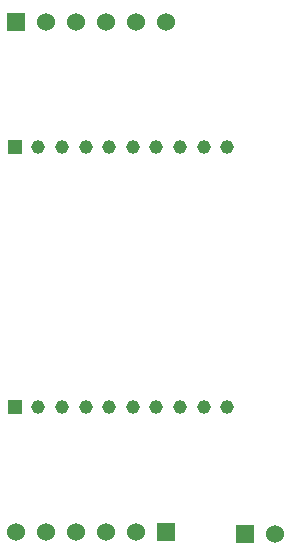
<source format=gbs>
G04 (created by PCBNEW (22-Jun-2014 BZR 4027)-stable) date Thu 31 Jul 2014 05:41:25 PM UTC*
%MOIN*%
G04 Gerber Fmt 3.4, Leading zero omitted, Abs format*
%FSLAX34Y34*%
G01*
G70*
G90*
G04 APERTURE LIST*
%ADD10C,0.00590551*%
%ADD11R,0.06X0.06*%
%ADD12C,0.06*%
%ADD13C,0.0453*%
%ADD14R,0.0453X0.0453*%
G04 APERTURE END LIST*
G54D10*
G54D11*
X32620Y-40994D03*
G54D12*
X33620Y-40994D03*
G54D11*
X29990Y-40939D03*
G54D12*
X28990Y-40939D03*
X27990Y-40939D03*
X26990Y-40939D03*
X25990Y-40939D03*
X24990Y-40939D03*
G54D11*
X24990Y-23939D03*
G54D12*
X25990Y-23939D03*
X26990Y-23939D03*
X27990Y-23939D03*
X28990Y-23939D03*
X29990Y-23939D03*
G54D13*
X32037Y-28100D03*
X28888Y-28100D03*
X29675Y-28100D03*
X30463Y-28100D03*
X31250Y-28100D03*
X28100Y-28100D03*
X27313Y-28100D03*
X26525Y-28100D03*
G54D14*
X24951Y-28100D03*
G54D13*
X25738Y-28100D03*
X32037Y-36761D03*
X28888Y-36761D03*
X29675Y-36761D03*
X30463Y-36761D03*
X31250Y-36761D03*
X28100Y-36761D03*
X27313Y-36761D03*
X26525Y-36761D03*
G54D14*
X24951Y-36761D03*
G54D13*
X25738Y-36761D03*
M02*

</source>
